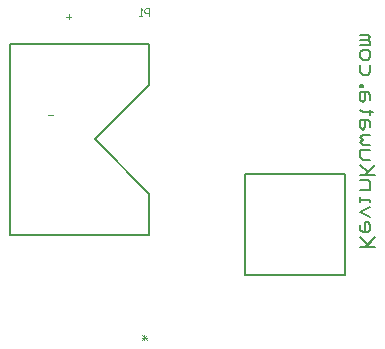
<source format=gbo>
G04 Layer_Color=16777215*
%FSLAX25Y25*%
%MOIN*%
G70*
G01*
G75*
%ADD49C,0.00500*%
%ADD50C,0.00250*%
D49*
X-28282Y-44718D02*
X5183D01*
Y-78183D02*
Y-44718D01*
X-28317Y-78183D02*
Y-44718D01*
X-28282Y-78183D02*
X5183D01*
X-106609Y-64876D02*
X-60152D01*
X-106609Y-1490D02*
X-60152D01*
X-106609Y-64876D02*
Y-1490D01*
X-60152Y-64876D02*
Y-51376D01*
Y-14876D02*
Y-1376D01*
X-78402Y-33126D02*
X-60152Y-51376D01*
X-78402Y-33126D02*
X-60152Y-14876D01*
X15114Y-69000D02*
X10115D01*
X11782D01*
X15114Y-65668D01*
X12615Y-68167D01*
X10115Y-65668D01*
Y-61502D02*
Y-63169D01*
X10949Y-64002D01*
X12615D01*
X13448Y-63169D01*
Y-61502D01*
X12615Y-60669D01*
X11782D01*
Y-64002D01*
X13448Y-59003D02*
X10115Y-57337D01*
X13448Y-55671D01*
X10115Y-54005D02*
Y-52339D01*
Y-53172D01*
X13448D01*
Y-54005D01*
X10115Y-49839D02*
X13448D01*
Y-47340D01*
X12615Y-46507D01*
X10115D01*
X15114Y-44841D02*
X10115D01*
X11782D01*
X15114Y-41509D01*
X12615Y-44008D01*
X10115Y-41509D01*
X13448Y-39843D02*
X10949D01*
X10115Y-39010D01*
Y-36511D01*
X13448D01*
Y-34844D02*
X10949D01*
X10115Y-34011D01*
X10949Y-33178D01*
X10115Y-32345D01*
X10949Y-31512D01*
X13448D01*
Y-29013D02*
Y-27347D01*
X12615Y-26514D01*
X10115D01*
Y-29013D01*
X10949Y-29846D01*
X11782Y-29013D01*
Y-26514D01*
X14281Y-24015D02*
X13448D01*
Y-24848D01*
Y-23181D01*
Y-24015D01*
X10949D01*
X10115Y-23181D01*
X13448Y-19849D02*
Y-18183D01*
X12615Y-17350D01*
X10115D01*
Y-19849D01*
X10949Y-20682D01*
X11782Y-19849D01*
Y-17350D01*
X10115Y-15684D02*
X10949D01*
Y-14851D01*
X10115D01*
Y-15684D01*
X13448Y-8186D02*
Y-10686D01*
X12615Y-11519D01*
X10949D01*
X10115Y-10686D01*
Y-8186D01*
Y-5687D02*
Y-4021D01*
X10949Y-3188D01*
X12615D01*
X13448Y-4021D01*
Y-5687D01*
X12615Y-6520D01*
X10949D01*
X10115Y-5687D01*
Y-1522D02*
X13448D01*
Y-689D01*
X12615Y144D01*
X10115D01*
X12615D01*
X13448Y977D01*
X12615Y1810D01*
X10115D01*
D50*
X-62683Y-100100D02*
X-61016Y-98434D01*
Y-100100D02*
X-62683Y-98434D01*
X-61850Y-100100D02*
Y-98434D01*
X-61016Y-99267D02*
X-62683D01*
X-86100Y7750D02*
X-87766D01*
X-86933Y6917D02*
Y8584D01*
X-92200Y-24950D02*
X-93866D01*
X-60117Y8017D02*
Y10516D01*
X-61367D01*
X-61783Y10100D01*
Y9267D01*
X-61367Y8850D01*
X-60117D01*
X-62616Y8017D02*
X-63450D01*
X-63033D01*
Y10516D01*
X-62616Y10100D01*
M02*

</source>
